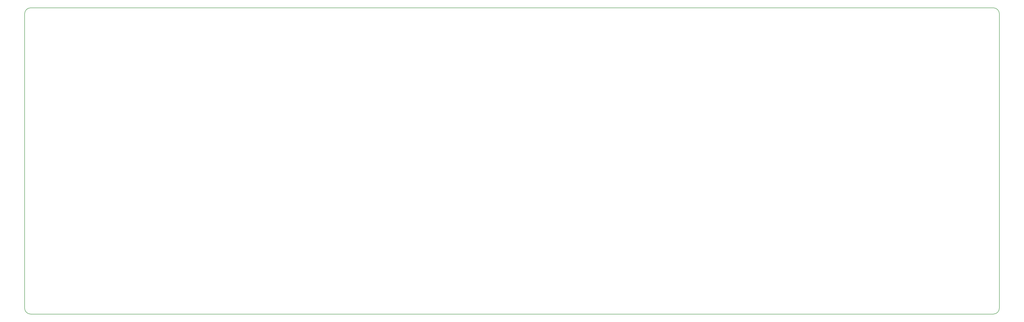
<source format=gm1>
G04 #@! TF.GenerationSoftware,KiCad,Pcbnew,(5.0.0)*
G04 #@! TF.CreationDate,2018-11-18T02:02:53-08:00*
G04 #@! TF.ProjectId,Voyager97,566F796167657239372E6B696361645F,rev?*
G04 #@! TF.SameCoordinates,Original*
G04 #@! TF.FileFunction,Profile,NP*
%FSLAX46Y46*%
G04 Gerber Fmt 4.6, Leading zero omitted, Abs format (unit mm)*
G04 Created by KiCad (PCBNEW (5.0.0)) date 11/18/18 02:02:53*
%MOMM*%
%LPD*%
G01*
G04 APERTURE LIST*
%ADD10C,0.150000*%
%ADD11C,0.200000*%
G04 APERTURE END LIST*
D10*
X421481250Y-144462500D02*
X421481250Y-26987500D01*
X34925000Y-146843750D02*
X419100000Y-146843750D01*
X32543750Y-26987500D02*
X32543750Y-144462500D01*
X419100000Y-24606250D02*
X34925000Y-24606250D01*
D11*
X419100000Y-24606250D02*
G75*
G02X421481250Y-26987500I0J-2381250D01*
G01*
X421481250Y-144462500D02*
G75*
G02X419100000Y-146843750I-2381250J0D01*
G01*
X34925000Y-146843750D02*
G75*
G02X32543750Y-144462500I0J2381250D01*
G01*
X32543750Y-26987500D02*
G75*
G02X34925000Y-24606250I2381250J0D01*
G01*
M02*

</source>
